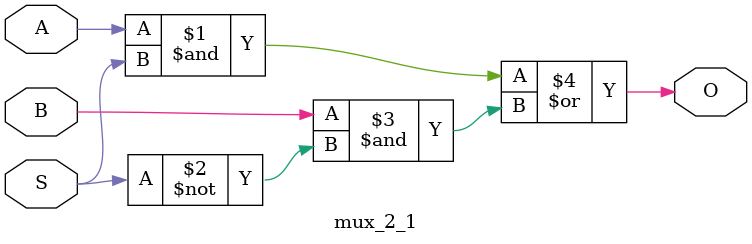
<source format=v>
module mux_2_1(A, B, S, O);

	input A, B, S;
	output O;
	
	assign O = (A & S) | (B & (~S));
	
endmodule
</source>
